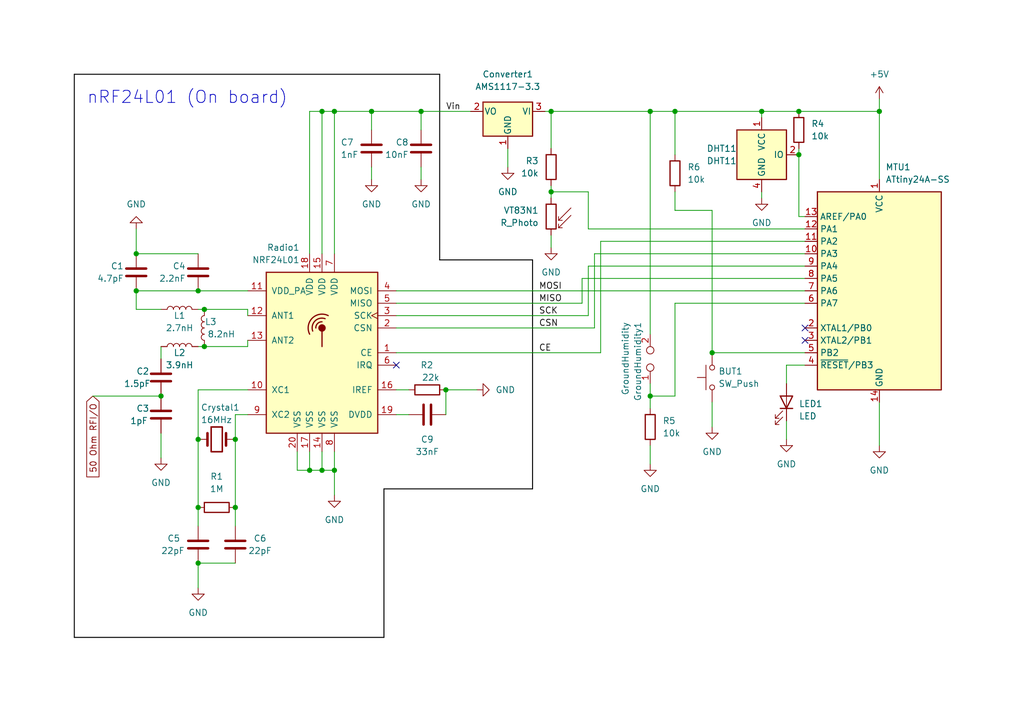
<source format=kicad_sch>
(kicad_sch (version 20211123) (generator eeschema)
  (paper "A5")
  (title_block (title "Monitor") (date "2023-02-01") (rev "1") (comment 2 "Karcev V. S."))
  (lib_symbols
    (symbol "Connector:TestPoint_2Pole" (pin_names (offset 0.762) hide)
      (property "Reference" "TP" (at 0 1.524 0))
      (property "Value" "TestPoint_2Pole" (at 0 -1.778 0))
      (symbol "TestPoint_2Pole_0_1"
        (circle (center -1.778 0) (radius 0.762))
        (circle (center 1.778 0) (radius 0.762))
        (pin passive line (at -5.08 0 0) (length 2.54) (name "1") (number "1"))
        (pin passive line (at 5.08 0 180) (length 2.54) (name "2") (number "2"))
      )
    )
    (symbol "Device:C" (pin_numbers hide) (pin_names (offset 0.254))
      (property "Reference" "C" (at 0.635 2.54 0))
      (property "Value" "C" (at 0.635 -2.54 0))
      (symbol "C_0_1"
        (polyline (pts (xy -2.032 -0.762) (xy 2.032 -0.762)) (stroke (width 0.508)))
        (polyline (pts (xy -2.032 0.762) (xy 2.032 0.762)) (stroke (width 0.508)))
      )
      (symbol "C_1_1"
        (pin passive line (at 0 3.81 270) (length 2.794) (name "~") (number "1"))
        (pin passive line (at 0 -3.81 90) (length 2.794) (name "~") (number "2"))
      )
    )
    (symbol "Device:Crystal" (pin_numbers hide) (pin_names (offset 1.016) hide)
      (property "Reference" "Y" (at 0 3.81 0))
      (property "Value" "Crystal" (at 0 -3.81 0))
      (symbol "Crystal_0_1"
        (rectangle (start -1.143 2.54) (end 1.143 -2.54) (stroke (width 0.3048)))
        (polyline (pts (xy -2.54 0) (xy -1.905 0)))
        (polyline (pts (xy -1.905 -1.27) (xy -1.905 1.27)) (stroke (width 0.508)))
        (polyline (pts (xy 1.905 -1.27) (xy 1.905 1.27)) (stroke (width 0.508)))
        (polyline (pts (xy 2.54 0) (xy 1.905 0)))
      )
      (symbol "Crystal_1_1"
        (pin passive line (at -3.81 0 0) (length 1.27) (name "1") (number "1"))
        (pin passive line (at 3.81 0 180) (length 1.27) (name "2") (number "2"))
      )
    )
    (symbol "Device:L" (pin_numbers hide) (pin_names (offset 1.016) hide)
      (property "Reference" "L" (at -1.27 0 90))
      (property "Value" "L" (at 1.905 0 90))
      (symbol "L_0_1"
        (arc (start 0 -2.54) (mid 0.635 -1.905) (end 0 -1.27))
        (arc (start 0 -1.27) (mid 0.635 -0.635) (end 0 0))
        (arc (start 0 0) (mid 0.635 0.635) (end 0 1.27))
        (arc (start 0 1.27) (mid 0.635 1.905) (end 0 2.54))
      )
      (symbol "L_1_1"
        (pin passive line (at 0 3.81 270) (length 1.27) (name "1") (number "1"))
        (pin passive line (at 0 -3.81 90) (length 1.27) (name "2") (number "2"))
      )
    )
    (symbol "Device:LED" (pin_numbers hide) (pin_names (offset 1.016) hide)
      (property "Reference" "D" (at 0 2.54 0))
      (property "Value" "LED" (at 0 -2.54 0))
      (symbol "LED_0_1"
        (polyline (pts (xy -1.27 -1.27) (xy -1.27 1.27)) (stroke (width 0.254)))
        (polyline (pts (xy -1.27 0) (xy 1.27 0)))
        (polyline (pts (xy 1.27 -1.27) (xy 1.27 1.27) (xy -1.27 0) (xy 1.27 -1.27)) (stroke (width 0.254)))
        (polyline (pts (xy -3.048 -0.762) (xy -4.572 -2.286) (xy -3.81 -2.286) (xy -4.572 -2.286) (xy -4.572 -1.524)))
        (polyline (pts (xy -1.778 -0.762) (xy -3.302 -2.286) (xy -2.54 -2.286) (xy -3.302 -2.286) (xy -3.302 -1.524)))
      )
      (symbol "LED_1_1"
        (pin passive line (at -3.81 0 0) (length 2.54) (name "K") (number "1"))
        (pin passive line (at 3.81 0 180) (length 2.54) (name "A") (number "2"))
      )
    )
    (symbol "Device:R" (pin_numbers hide) (pin_names (offset 0))
      (property "Reference" "R" (at 2.032 0 90))
      (property "Value" "R" (at 0 0 90))
      (symbol "R_0_1"
        (rectangle (start -1.016 -2.54) (end 1.016 2.54) (stroke (width 0.254)))
      )
      (symbol "R_1_1"
        (pin passive line (at 0 3.81 270) (length 1.27) (name "~") (number "1"))
        (pin passive line (at 0 -3.81 90) (length 1.27) (name "~") (number "2"))
      )
    )
    (symbol "Device:R_Photo" (pin_numbers hide) (pin_names (offset 0))
      (property "Reference" "R" (at 1.27 1.27 0))
      (property "Value" "R_Photo" (at 1.27 0 0))
      (symbol "R_Photo_0_1"
        (rectangle (start -1.016 2.54) (end 1.016 -2.54) (stroke (width 0.254)))
        (polyline (pts (xy -1.524 -2.286) (xy -4.064 0.254)))
        (polyline (pts (xy -1.524 -2.286) (xy -2.286 -2.286)))
        (polyline (pts (xy -1.524 -2.286) (xy -1.524 -1.524)))
        (polyline (pts (xy -1.524 -0.762) (xy -4.064 1.778)))
        (polyline (pts (xy -1.524 -0.762) (xy -2.286 -0.762)))
        (polyline (pts (xy -1.524 -0.762) (xy -1.524 0)))
      )
      (symbol "R_Photo_1_1"
        (pin passive line (at 0 3.81 270) (length 1.27) (name "~") (number "1"))
        (pin passive line (at 0 -3.81 90) (length 1.27) (name "~") (number "2"))
      )
    )
    (symbol "MCU_Microchip_ATtiny:ATtiny24A-SS"
      (property "Reference" "U" (at -12.7 21.59 0))
      (property "Value" "ATtiny24A-SS" (at 2.54 -21.59 0))
      (symbol "ATtiny24A-SS_0_1"
        (rectangle (start -12.7 -20.32) (end 12.7 20.32) (stroke (width 0.254)) (fill (type background)))
      )
      (symbol "ATtiny24A-SS_1_1"
        (pin power_in line (at 0 22.86 270) (length 2.54) (name "VCC") (number "1"))
        (pin bidirectional line (at 15.24 7.62 180) (length 2.54) (name "PA3") (number "10"))
        (pin bidirectional line (at 15.24 10.16 180) (length 2.54) (name "PA2") (number "11"))
        (pin bidirectional line (at 15.24 12.7 180) (length 2.54) (name "PA1") (number "12"))
        (pin bidirectional line (at 15.24 15.24 180) (length 2.54) (name "AREF/PA0") (number "13"))
        (pin power_in line (at 0 -22.86 90) (length 2.54) (name "GND") (number "14"))
        (pin bidirectional line (at 15.24 -7.62 180) (length 2.54) (name "XTAL1/PB0") (number "2"))
        (pin bidirectional line (at 15.24 -10.16 180) (length 2.54) (name "XTAL2/PB1") (number "3"))
        (pin bidirectional line (at 15.24 -15.24 180) (length 2.54) (name "~{RESET}/PB3") (number "4"))
        (pin bidirectional line (at 15.24 -12.7 180) (length 2.54) (name "PB2") (number "5"))
        (pin bidirectional line (at 15.24 -2.54 180) (length 2.54) (name "PA7") (number "6"))
        (pin bidirectional line (at 15.24 0 180) (length 2.54) (name "PA6") (number "7"))
        (pin bidirectional line (at 15.24 2.54 180) (length 2.54) (name "PA5") (number "8"))
        (pin bidirectional line (at 15.24 5.08 180) (length 2.54) (name "PA4") (number "9"))
      )
    )
    (symbol "RF:NRF24L01" (pin_names (offset 1.016))
      (property "Reference" "U" (at -11.43 17.78 0))
      (property "Value" "NRF24L01" (at 5.08 17.78 0))
      (symbol "NRF24L01_0_1"
        (rectangle (start -11.43 16.51) (end 11.43 -16.51) (stroke (width 0.254)) (fill (type background)))
        (polyline (pts (xy 0 4.445) (xy 0 1.27)) (stroke (width 0.254)))
        (circle (center 0 5.08) (radius 0.635) (stroke (width 0.254)) (fill (type outline)))
        (arc (start 1.27 5.08) (mid 0.9071 5.9946) (end 0 6.35) (stroke (width 0.254)))
        (arc (start 1.905 4.445) (mid 1.4313 6.5254) (end -0.635 6.985) (stroke (width 0.254)))
        (arc (start 2.54 3.81) (mid 2.008 7.088) (end -1.27 7.62) (stroke (width 0.254)))
        (rectangle (start 11.43 -13.97) (end 11.43 -13.97))
      )
      (symbol "NRF24L01_1_1"
        (pin input line (at -15.24 0 0) (length 3.81) (name "CE") (number "1"))
        (pin passive line (at 15.24 -7.62 180) (length 3.81) (name "XC1") (number "10"))
        (pin power_out line (at 15.24 12.7 180) (length 3.81) (name "VDD_PA") (number "11"))
        (pin passive line (at 15.24 7.62 180) (length 3.81) (name "ANT1") (number "12"))
        (pin passive line (at 15.24 2.54 180) (length 3.81) (name "ANT2") (number "13"))
        (pin power_in line (at 0 -20.32 90) (length 3.81) (name "VSS") (number "14"))
        (pin power_in line (at 0 20.32 270) (length 3.81) (name "VDD") (number "15"))
        (pin passive line (at -15.24 -7.62 0) (length 3.81) (name "IREF") (number "16"))
        (pin power_in line (at 2.54 -20.32 90) (length 3.81) (name "VSS") (number "17"))
        (pin power_in line (at 2.54 20.32 270) (length 3.81) (name "VDD") (number "18"))
        (pin power_out line (at -15.24 -12.7 0) (length 3.81) (name "DVDD") (number "19"))
        (pin input line (at -15.24 5.08 0) (length 3.81) (name "CSN") (number "2"))
        (pin power_in line (at 5.08 -20.32 90) (length 3.81) (name "VSS") (number "20"))
        (pin input clock (at -15.24 7.62 0) (length 3.81) (name "SCK") (number "3"))
        (pin input line (at -15.24 12.7 0) (length 3.81) (name "MOSI") (number "4"))
        (pin output line (at -15.24 10.16 0) (length 3.81) (name "MISO") (number "5"))
        (pin output line (at -15.24 -2.54 0) (length 3.81) (name "IRQ") (number "6"))
        (pin power_in line (at -2.54 20.32 270) (length 3.81) (name "VDD") (number "7"))
        (pin power_in line (at -2.54 -20.32 90) (length 3.81) (name "VSS") (number "8"))
        (pin passive line (at 15.24 -12.7 180) (length 3.81) (name "XC2") (number "9"))
      )
    )
    (symbol "Regulator_Linear:AMS1117-3.3" (pin_names (offset 0.254))
      (property "Reference" "U" (at -3.81 3.175 0))
      (property "Value" "AMS1117-3.3" (at 0 3.175 0))
      (symbol "AMS1117-3.3_0_1"
        (rectangle (start -5.08 -5.08) (end 5.08 1.905) (stroke (width 0.254)) (fill (type background)))
      )
      (symbol "AMS1117-3.3_1_1"
        (pin power_in line (at 0 -7.62 90) (length 2.54) (name "GND") (number "1"))
        (pin power_out line (at 7.62 0 180) (length 2.54) (name "VO") (number "2"))
        (pin power_in line (at -7.62 0 0) (length 2.54) (name "VI") (number "3"))
      )
    )
    (symbol "Sensor:DHT11"
      (property "Reference" "U" (at -3.81 6.35 0))
      (property "Value" "DHT11" (at 3.81 6.35 0))
      (symbol "DHT11_0_1"
        (rectangle (start -5.08 5.08) (end 5.08 -5.08) (stroke (width 0.254)) (fill (type background)))
      )
      (symbol "DHT11_1_1"
        (pin power_in line (at 0 7.62 270) (length 2.54) (name "VCC") (number "1"))
        (pin bidirectional line (at 7.62 0 180) (length 2.54) (name "IO") (number "2"))
        (pin no_connect line (at -5.08 0 0) (length 2.54) hide (name "NC") (number "3"))
        (pin power_in line (at 0 -7.62 90) (length 2.54) (name "GND") (number "4"))
      )
    )
    (symbol "Switch:SW_Push" (pin_numbers hide) (pin_names (offset 1.016) hide)
      (property "Reference" "SW" (at 1.27 2.54 0))
      (property "Value" "SW_Push" (at 0 -1.524 0))
      (symbol "SW_Push_0_1"
        (circle (center -2.032 0) (radius 0.508))
        (polyline (pts (xy 0 1.27) (xy 0 3.048)))
        (polyline (pts (xy 2.54 1.27) (xy -2.54 1.27)))
        (circle (center 2.032 0) (radius 0.508))
        (pin passive line (at -5.08 0 0) (length 2.54) (name "1") (number "1"))
        (pin passive line (at 5.08 0 180) (length 2.54) (name "2") (number "2"))
      )
    )
    (symbol "power:+5V" (power) (pin_names (offset 0))
      (property "Value" "+5V" (at 0 3.556 0))
      (symbol "+5V_0_1"
        (polyline (pts (xy -0.762 1.27) (xy 0 2.54)))
        (polyline (pts (xy 0 0) (xy 0 2.54)))
        (polyline (pts (xy 0 2.54) (xy 0.762 1.27)))
      )
      (symbol "+5V_1_1"
        (pin power_in line (at 0 0 90) (length 0) hide (name "+5V") (number "1"))
      )
    )
    (symbol "power:GND" (power) (pin_names (offset 0))
      (property "Value" "GND" (at 0 -3.81 0))
      (symbol "GND_0_1"
        (polyline (pts (xy 0 0) (xy 0 -1.27) (xy 1.27 -1.27) (xy 0 -2.54) (xy -1.27 -1.27) (xy 0 -1.27)))
      )
      (symbol "GND_1_1"
        (pin power_in line (at 0 0 270) (length 0) hide (name "GND") (number "1"))
      )
    )
  )
  (junction (at 86.36 22.86))
  (junction (at 33.02 81.28))
  (junction (at 163.83 22.86))
  (junction (at 41.91 63.5))
  (junction (at 68.58 22.86))
  (junction (at 40.64 115.57))
  (junction (at 163.83 31.75))
  (junction (at 180.34 22.86))
  (junction (at 27.94 52.07))
  (junction (at 48.26 90.17))
  (junction (at 68.58 96.52))
  (junction (at 27.94 59.69))
  (junction (at 48.26 104.14))
  (junction (at 113.03 22.86))
  (junction (at 66.04 96.52))
  (junction (at 133.35 81.28))
  (junction (at 40.64 59.69))
  (junction (at 63.5 96.52))
  (junction (at 40.64 104.14))
  (junction (at 66.04 22.86))
  (junction (at 91.44 80.01))
  (junction (at 76.2 22.86))
  (junction (at 138.43 22.86))
  (junction (at 40.64 90.17))
  (junction (at 133.35 22.86))
  (junction (at 41.91 71.12))
  (junction (at 113.03 39.37))
  (junction (at 156.21 22.86))
  (junction (at 146.05 72.39))
  (no_connect (at 165.1 67.31))
  (no_connect (at 165.1 69.85))
  (no_connect (at 81.28 74.93))
  (wire (pts (xy 41.91 63.5) (xy 50.8 63.5)))
  (wire (pts (xy 83.82 80.01) (xy 81.28 80.01)))
  (wire (pts (xy 121.92 52.07) (xy 121.92 67.31)))
  (wire (pts (xy 66.04 22.86) (xy 68.58 22.86)))
  (wire (pts (xy 146.05 72.39) (xy 165.1 72.39)))
  (wire (pts (xy 113.03 48.26) (xy 113.03 50.8)))
  (wire (pts (xy 113.03 22.86) (xy 113.03 30.48)))
  (wire (pts (xy 27.94 46.99) (xy 27.94 52.07)))
  (wire (pts (xy 48.26 104.14) (xy 48.26 107.95)))
  (wire (pts (xy 50.8 59.69) (xy 40.64 59.69)))
  (polyline (pts (xy 15.24 15.24) (xy 15.24 130.81)) (stroke (width 0.2) (type solid) (color 0 0 0 1)))
  (wire (pts (xy 161.29 74.93) (xy 161.29 78.74)))
  (wire (pts (xy 165.1 74.93) (xy 161.29 74.93)))
  (wire (pts (xy 63.5 96.52) (xy 60.96 96.52)))
  (wire (pts (xy 156.21 40.64) (xy 156.21 39.37)))
  (wire (pts (xy 86.36 22.86) (xy 76.2 22.86)))
  (wire (pts (xy 33.02 88.9) (xy 33.02 93.98)))
  (wire (pts (xy 104.14 30.48) (xy 104.14 34.29)))
  (wire (pts (xy 63.5 52.07) (xy 63.5 22.86)))
  (wire (pts (xy 86.36 22.86) (xy 86.36 26.67)))
  (wire (pts (xy 63.5 96.52) (xy 63.5 92.71)))
  (wire (pts (xy 133.35 95.25) (xy 133.35 91.44)))
  (wire (pts (xy 66.04 22.86) (xy 66.04 52.07)))
  (polyline (pts (xy 90.17 15.24) (xy 90.17 53.34)) (stroke (width 0.2) (type solid) (color 0 0 0 1)))
  (wire (pts (xy 68.58 22.86) (xy 68.58 52.07)))
  (wire (pts (xy 50.8 85.09) (xy 48.26 85.09)))
  (polyline (pts (xy 78.74 100.33) (xy 78.74 130.81)) (stroke (width 0.2) (type solid) (color 0 0 0 1)))
  (wire (pts (xy 120.65 64.77) (xy 81.28 64.77)))
  (polyline (pts (xy 78.74 130.81) (xy 15.24 130.81)) (stroke (width 0.2) (type solid) (color 0 0 0 1)))
  (wire (pts (xy 161.29 86.36) (xy 161.29 90.17)))
  (wire (pts (xy 48.26 85.09) (xy 48.26 90.17)))
  (wire (pts (xy 40.64 115.57) (xy 40.64 120.65)))
  (wire (pts (xy 180.34 20.32) (xy 180.34 22.86)))
  (polyline (pts (xy 109.22 100.33) (xy 78.74 100.33)) (stroke (width 0.2) (type solid) (color 0 0 0 1)))
  (wire (pts (xy 50.8 71.12) (xy 50.8 69.85)))
  (wire (pts (xy 163.83 22.86) (xy 156.21 22.86)))
  (wire (pts (xy 68.58 96.52) (xy 66.04 96.52)))
  (wire (pts (xy 138.43 22.86) (xy 138.43 31.75)))
  (wire (pts (xy 146.05 82.55) (xy 146.05 87.63)))
  (polyline (pts (xy 15.24 15.24) (xy 90.17 15.24)) (stroke (width 0.2) (type solid) (color 0 0 0 1)))
  (wire (pts (xy 120.65 39.37) (xy 113.03 39.37)))
  (wire (pts (xy 40.64 52.07) (xy 27.94 52.07)))
  (wire (pts (xy 40.64 59.69) (xy 27.94 59.69)))
  (wire (pts (xy 133.35 78.74) (xy 133.35 81.28)))
  (wire (pts (xy 138.43 22.86) (xy 133.35 22.86)))
  (wire (pts (xy 156.21 22.86) (xy 138.43 22.86)))
  (wire (pts (xy 40.64 104.14) (xy 40.64 107.95)))
  (wire (pts (xy 76.2 34.29) (xy 76.2 36.83)))
  (wire (pts (xy 163.83 31.75) (xy 163.83 44.45)))
  (wire (pts (xy 63.5 22.86) (xy 66.04 22.86)))
  (wire (pts (xy 165.1 49.53) (xy 123.19 49.53)))
  (wire (pts (xy 66.04 96.52) (xy 66.04 92.71)))
  (wire (pts (xy 123.19 49.53) (xy 123.19 72.39)))
  (wire (pts (xy 68.58 96.52) (xy 68.58 101.6)))
  (wire (pts (xy 86.36 22.86) (xy 96.52 22.86)))
  (wire (pts (xy 165.1 52.07) (xy 121.92 52.07)))
  (wire (pts (xy 180.34 22.86) (xy 163.83 22.86)))
  (wire (pts (xy 138.43 62.23) (xy 138.43 81.28)))
  (wire (pts (xy 165.1 57.15) (xy 119.38 57.15)))
  (polyline (pts (xy 109.22 53.34) (xy 109.22 100.33)) (stroke (width 0.2) (type solid) (color 0 0 0 1)))
  (wire (pts (xy 165.1 59.69) (xy 81.28 59.69)))
  (wire (pts (xy 165.1 46.99) (xy 120.65 46.99)))
  (wire (pts (xy 83.82 85.09) (xy 81.28 85.09)))
  (wire (pts (xy 113.03 22.86) (xy 111.76 22.86)))
  (wire (pts (xy 163.83 30.48) (xy 163.83 31.75)))
  (wire (pts (xy 76.2 22.86) (xy 76.2 26.67)))
  (wire (pts (xy 138.43 62.23) (xy 165.1 62.23)))
  (wire (pts (xy 113.03 38.1) (xy 113.03 39.37)))
  (wire (pts (xy 48.26 115.57) (xy 40.64 115.57)))
  (wire (pts (xy 68.58 22.86) (xy 76.2 22.86)))
  (wire (pts (xy 121.92 67.31) (xy 81.28 67.31)))
  (wire (pts (xy 146.05 43.18) (xy 146.05 72.39)))
  (wire (pts (xy 50.8 80.01) (xy 40.64 80.01)))
  (wire (pts (xy 133.35 22.86) (xy 133.35 68.58)))
  (wire (pts (xy 40.64 80.01) (xy 40.64 90.17)))
  (wire (pts (xy 138.43 81.28) (xy 133.35 81.28)))
  (wire (pts (xy 33.02 63.5) (xy 27.94 63.5)))
  (wire (pts (xy 133.35 81.28) (xy 133.35 83.82)))
  (wire (pts (xy 156.21 22.86) (xy 156.21 24.13)))
  (wire (pts (xy 27.94 59.69) (xy 27.94 63.5)))
  (wire (pts (xy 41.91 71.12) (xy 50.8 71.12)))
  (wire (pts (xy 165.1 44.45) (xy 163.83 44.45)))
  (wire (pts (xy 91.44 80.01) (xy 97.79 80.01)))
  (wire (pts (xy 120.65 46.99) (xy 120.65 39.37)))
  (wire (pts (xy 33.02 81.28) (xy 19.05 81.28)))
  (wire (pts (xy 138.43 43.18) (xy 146.05 43.18)))
  (wire (pts (xy 113.03 22.86) (xy 133.35 22.86)))
  (wire (pts (xy 180.34 82.55) (xy 180.34 91.44)))
  (wire (pts (xy 41.91 63.5) (xy 40.64 63.5)))
  (wire (pts (xy 113.03 39.37) (xy 113.03 40.64)))
  (wire (pts (xy 33.02 73.66) (xy 33.02 71.12)))
  (wire (pts (xy 180.34 22.86) (xy 180.34 36.83)))
  (wire (pts (xy 68.58 96.52) (xy 68.58 92.71)))
  (wire (pts (xy 40.64 90.17) (xy 40.64 104.14)))
  (wire (pts (xy 50.8 63.5) (xy 50.8 64.77)))
  (wire (pts (xy 119.38 57.15) (xy 119.38 62.23)))
  (wire (pts (xy 48.26 90.17) (xy 48.26 104.14)))
  (wire (pts (xy 60.96 96.52) (xy 60.96 92.71)))
  (wire (pts (xy 165.1 54.61) (xy 120.65 54.61)))
  (wire (pts (xy 138.43 43.18) (xy 138.43 39.37)))
  (wire (pts (xy 66.04 96.52) (xy 63.5 96.52)))
  (wire (pts (xy 120.65 54.61) (xy 120.65 64.77)))
  (wire (pts (xy 41.91 71.12) (xy 40.64 71.12)))
  (wire (pts (xy 123.19 72.39) (xy 81.28 72.39)))
  (wire (pts (xy 91.44 85.09) (xy 91.44 80.01)))
  (polyline (pts (xy 90.17 53.34) (xy 109.22 53.34)) (stroke (width 0.2) (type solid) (color 0 0 0 1)))
  (wire (pts (xy 86.36 34.29) (xy 86.36 36.83)))
  (wire (pts (xy 119.38 62.23) (xy 81.28 62.23)))
  (text "nRF24L01 (On board)" (at 17.78 21.59 0) (effects (font (size 2.5 2.5)) (justify left bottom)))
  (label "SCK" (at 110.49 64.77 0))
  (label "MOSI" (at 110.49 59.69 0))
  (label "CE" (at 110.49 72.39 0))
  (label "MISO" (at 110.49 62.23 0))
  (label "CSN" (at 110.49 67.31 0))
  (label "Vin" (at 91.44 22.86 0))
  (global_label "50 Ohm RFI{slash}O" (shape input) (at 19.05 81.28 270) (property "Intersheet References" "${INTERSHEET_REFS}" (effects hide)))
  (symbol (lib_id "power:GND") (at 76.2 36.83 0) (mirror y) (unit 1)
    (property "Reference" "#PWR07" (effects hide))
    (property "Value" "GND" (at 76.2 41.91 0))
  )
  (symbol (lib_id "power:GND") (at 180.34 91.44 0) (mirror y) (unit 1)
    (property "Reference" "#PWR0102" (effects hide))
    (property "Value" "GND" (at 180.34 96.52 0))
  )
  (symbol (lib_id "Device:C") (at 33.02 77.47 0) (mirror y) (unit 1)
    (property "Reference" "C2" (at 27.94 76.2 0) (effects (justify right)))
    (property "Value" "1.5pF" (at 25.4 78.74 0) (effects (justify right)))
    (property "Footprint" "Capacitor_SMD:C_0201_0603Metric" (effects hide))
  )
  (symbol (lib_id "power:GND") (at 146.05 87.63 0) (unit 1)
    (property "Reference" "#PWR012" (effects hide))
    (property "Value" "GND" (at 146.05 92.71 0))
  )
  (symbol (lib_id "Device:L") (at 36.83 63.5 270) (mirror x) (unit 1)
    (property "Reference" "L1" (at 36.83 64.77 90))
    (property "Value" "2.7nH" (at 36.83 67.31 90))
    (property "Footprint" "Inductor_SMD:L_0201_0603Metric" (effects hide))
  )
  (symbol (lib_id "power:GND") (at 156.21 40.64 0) (mirror y) (unit 1)
    (property "Reference" "#PWR02" (effects hide))
    (property "Value" "GND" (at 156.21 45.72 0))
  )
  (symbol (lib_id "Device:L") (at 41.91 67.31 0) (mirror y) (unit 1)
    (property "Reference" "L3" (at 44.45 66.04 0) (effects (justify left)))
    (property "Value" "8.2nH" (at 48.26 68.58 0) (effects (justify left)))
    (property "Footprint" "Inductor_SMD:L_0201_0603Metric" (effects hide))
  )
  (symbol (lib_id "RF:NRF24L01") (at 66.04 72.39 0) (mirror y) (unit 1)
    (property "Reference" "Radio1" (at 61.4806 50.8 0) (effects (justify left)))
    (property "Value" "NRF24L01" (at 61.4806 53.34 0) (effects (justify left)))
    (property "Footprint" "Package_DFN_QFN:QFN-20-1EP_4x4mm_P0.5mm_EP2.5x2.5mm" (effects hide))
    (property "Datasheet" "http://www.nordicsemi.com/eng/content/download/2730/34105/file/nRF24L01_Product_Specification_v2_0.pdf" (effects hide))
  )
  (symbol (lib_id "Device:C") (at 87.63 85.09 90) (mirror x) (unit 1)
    (property "Reference" "C9" (at 87.63 90.17 90))
    (property "Value" "33nF" (at 87.63 92.71 90))
    (property "Footprint" "Capacitor_SMD:C_0201_0603Metric" (effects hide))
  )
  (symbol (lib_id "Device:R") (at 138.43 35.56 0) (unit 1)
    (property "Reference" "R6" (at 140.97 34.2899 0) (effects (justify left)))
    (property "Value" "10k" (at 140.97 36.8299 0) (effects (justify left)))
    (property "Footprint" "Resistor_SMD:R_0201_0603Metric" (effects hide))
  )
  (symbol (lib_id "Connector:TestPoint_2Pole") (at 133.35 73.66 270) (mirror x) (unit 1)
    (property "Reference" "GroundHumidity1" (at 130.81 66.04 0) (effects (justify right)))
    (property "Value" "GroundHumidity" (at 128.27 66.04 0) (effects (justify right)))
    (property "Footprint" "TestPoint:TestPoint_2Pads_Pitch5.08mm_Drill1.3mm" (effects hide))
  )
  (symbol (lib_id "MCU_Microchip_ATtiny:ATtiny24A-SS") (at 180.34 59.69 0) (mirror y) (unit 1)
    (property "Reference" "MTU1" (at 181.61 34.29 0) (effects (justify right)))
    (property "Value" "ATtiny24A-SS" (at 181.61 36.83 0) (effects (justify right)))
    (property "Footprint" "Package_SO:SOIC-14_3.9x8.7mm_P1.27mm" (effects hide))
    (property "Datasheet" "http://ww1.microchip.com/downloads/en/DeviceDoc/doc8183.pdf" (effects hide))
  )
  (symbol (lib_id "Device:L") (at 36.83 71.12 270) (mirror x) (unit 1)
    (property "Reference" "L2" (at 36.83 72.39 90))
    (property "Value" "3.9nH" (at 36.83 74.93 90))
    (property "Footprint" "Inductor_SMD:L_0201_0603Metric" (effects hide))
  )
  (symbol (lib_id "power:GND") (at 40.64 120.65 0) (mirror y) (unit 1)
    (property "Reference" "#PWR09" (effects hide))
    (property "Value" "GND" (at 40.64 125.73 0))
  )
  (symbol (lib_id "power:GND") (at 68.58 101.6 0) (mirror y) (unit 1)
    (property "Reference" "#PWR08" (effects hide))
    (property "Value" "GND" (at 68.58 106.68 0))
  )
  (symbol (lib_id "Regulator_Linear:AMS1117-3.3") (at 104.14 22.86 0) (mirror y) (unit 1)
    (property "Reference" "Converter1" (at 104.14 15.24 0))
    (property "Value" "AMS1117-3.3" (at 104.14 17.78 0))
    (property "Footprint" "Package_TO_SOT_SMD:SOT-223-3_TabPin2" (effects hide))
    (property "Datasheet" "http://www.advanced-monolithic.com/pdf/ds1117.pdf" (effects hide))
  )
  (symbol (lib_id "Device:R") (at 163.83 26.67 0) (mirror y) (unit 1)
    (property "Reference" "R4" (at 166.37 25.3999 0) (effects (justify right)))
    (property "Value" "10k" (at 166.37 27.9399 0) (effects (justify right)))
    (property "Footprint" "Resistor_SMD:R_0201_0603Metric" (effects hide))
  )
  (symbol (lib_id "Device:R") (at 113.03 34.29 0) (mirror x) (unit 1)
    (property "Reference" "R3" (at 110.49 33.0199 0) (effects (justify right)))
    (property "Value" "10k" (at 110.49 35.5599 0) (effects (justify right)))
    (property "Footprint" "Resistor_SMD:R_0201_0603Metric" (effects hide))
  )
  (symbol (lib_id "power:GND") (at 27.94 46.99 180) (unit 1)
    (property "Reference" "#PWR011" (effects hide))
    (property "Value" "GND" (at 27.94 41.91 0))
  )
  (symbol (lib_id "power:GND") (at 161.29 90.17 0) (unit 1)
    (property "Reference" "#PWR013" (effects hide))
    (property "Value" "GND" (at 161.29 95.25 0))
  )
  (symbol (lib_id "Device:C") (at 40.64 111.76 0) (mirror y) (unit 1)
    (property "Reference" "C5" (at 34.29 110.49 0) (effects (justify right)))
    (property "Value" "22pF" (at 33.02 113.03 0) (effects (justify right)))
    (property "Footprint" "Capacitor_SMD:C_0201_0603Metric" (effects hide))
  )
  (symbol (lib_id "Device:C") (at 86.36 30.48 0) (mirror y) (unit 1)
    (property "Reference" "C8" (at 83.82 29.21 0) (effects (justify left)))
    (property "Value" "10nF" (at 83.82 31.75 0) (effects (justify left)))
    (property "Footprint" "Capacitor_SMD:C_0201_0603Metric" (effects hide))
  )
  (symbol (lib_id "power:GND") (at 86.36 36.83 0) (mirror y) (unit 1)
    (property "Reference" "#PWR06" (effects hide))
    (property "Value" "GND" (at 86.36 41.91 0))
  )
  (symbol (lib_id "Device:Crystal") (at 44.45 90.17 0) (mirror y) (unit 1)
    (property "Reference" "Crystal1" (at 41.1759 83.6168 0) (effects (justify right)))
    (property "Value" "16MHz" (at 41.1759 86.1568 0) (effects (justify right)))
    (property "Footprint" "Crystal:Crystal_AT310_D3.0mm_L10.0mm_Horizontal" (effects hide))
  )
  (symbol (lib_id "power:GND") (at 113.03 50.8 0) (mirror y) (unit 1)
    (property "Reference" "#PWR03" (effects hide))
    (property "Value" "GND" (at 113.03 55.88 0))
  )
  (symbol (lib_id "power:GND") (at 133.35 95.25 0) (mirror y) (unit 1)
    (property "Reference" "#PWR01" (effects hide))
    (property "Value" "GND" (at 133.35 100.33 0))
  )
  (symbol (lib_id "Device:R") (at 44.45 104.14 90) (mirror x) (unit 1)
    (property "Reference" "R1" (at 44.45 97.79 90))
    (property "Value" "1M" (at 44.45 100.33 90))
    (property "Footprint" "Resistor_SMD:R_0201_0603Metric" (effects hide))
  )
  (symbol (lib_id "Device:R_Photo") (at 113.03 44.45 0) (mirror y) (unit 1)
    (property "Reference" "VT83N1" (at 110.49 43.1799 0) (effects (justify left)))
    (property "Value" "R_Photo" (at 110.49 45.7199 0) (effects (justify left)))
    (property "Footprint" "Resistor_SMD:R_0201_0603Metric" (effects hide))
  )
  (symbol (lib_id "power:GND") (at 104.14 34.29 0) (mirror y) (unit 1)
    (property "Reference" "#PWR05" (effects hide))
    (property "Value" "GND" (at 104.14 39.37 0))
  )
  (symbol (lib_id "Device:C") (at 40.64 55.88 0) (mirror y) (unit 1)
    (property "Reference" "C4" (at 38.1 54.61 0) (effects (justify left)))
    (property "Value" "2.2nF" (at 38.1 57.15 0) (effects (justify left)))
    (property "Footprint" "Capacitor_SMD:C_0201_0603Metric" (effects hide))
  )
  (symbol (lib_id "power:+5V") (at 180.34 20.32 0) (mirror y) (unit 1)
    (property "Reference" "#PWR0101" (effects hide))
    (property "Value" "+5V" (at 180.34 15.24 0))
  )
  (symbol (lib_id "power:GND") (at 33.02 93.98 0) (mirror y) (unit 1)
    (property "Reference" "#PWR010" (effects hide))
    (property "Value" "GND" (at 33.02 99.06 0))
  )
  (symbol (lib_id "power:GND") (at 97.79 80.01 90) (mirror x) (unit 1)
    (property "Reference" "#PWR04" (effects hide))
    (property "Value" "GND" (at 101.6 80.0099 90) (effects (justify right)))
  )
  (symbol (lib_id "Device:C") (at 76.2 30.48 0) (mirror y) (unit 1)
    (property "Reference" "C7" (at 69.85 29.21 0) (effects (justify right)))
    (property "Value" "1nF" (at 69.85 31.75 0) (effects (justify right)))
    (property "Footprint" "Capacitor_SMD:C_0201_0603Metric" (effects hide))
  )
  (symbol (lib_id "Device:R") (at 133.35 87.63 0) (mirror y) (unit 1)
    (property "Reference" "R5" (at 135.89 86.3599 0) (effects (justify right)))
    (property "Value" "10k" (at 135.89 88.8999 0) (effects (justify right)))
    (property "Footprint" "Resistor_SMD:R_0201_0603Metric" (effects hide))
  )
  (symbol (lib_id "Sensor:DHT11") (at 156.21 31.75 0) (unit 1)
    (property "Reference" "DHT11" (at 151.13 30.48 0) (effects (justify right)))
    (property "Value" "DHT11" (at 151.13 33.02 0) (effects (justify right)))
    (property "Footprint" "Sensor:Aosong_DHT11_5.5x12.0_P2.54mm" (effects hide))
    (property "Datasheet" "http://akizukidenshi.com/download/ds/aosong/DHT11.pdf" (effects hide))
  )
  (symbol (lib_id "Device:C") (at 27.94 55.88 0) (mirror y) (unit 1)
    (property "Reference" "C1" (at 25.4 54.61 0) (effects (justify left)))
    (property "Value" "4.7pF" (at 25.4 57.15 0) (effects (justify left)))
    (property "Footprint" "Capacitor_SMD:C_0201_0603Metric" (effects hide))
  )
  (symbol (lib_id "Device:C") (at 33.02 85.09 0) (mirror y) (unit 1)
    (property "Reference" "C3" (at 27.94 83.82 0) (effects (justify right)))
    (property "Value" "1pF" (at 26.67 86.36 0) (effects (justify right)))
    (property "Footprint" "Capacitor_SMD:C_0201_0603Metric" (effects hide))
  )
  (symbol (lib_id "Switch:SW_Push") (at 146.05 77.47 90) (unit 1)
    (property "Reference" "BUT1" (at 147.32 76.1999 90) (effects (justify right)))
    (property "Value" "SW_Push" (at 147.32 78.7399 90) (effects (justify right)))
    (property "Footprint" "Button_Switch_SMD:SW_MEC_5GSH9" (effects hide))
  )
  (symbol (lib_id "Device:C") (at 48.26 111.76 0) (mirror y) (unit 1)
    (property "Reference" "C6" (at 53.34 110.49 0))
    (property "Value" "22pF" (at 53.34 113.03 0))
    (property "Footprint" "Capacitor_SMD:C_0201_0603Metric" (effects hide))
  )
  (symbol (lib_id "Device:LED") (at 161.29 82.55 270) (mirror x) (unit 1)
    (property "Reference" "LED1" (at 163.83 82.8674 90) (effects (justify left)))
    (property "Value" "LED" (at 163.83 85.4074 90) (effects (justify left)))
    (property "Footprint" "LED_SMD:LED_0201_0603Metric" (effects hide))
  )
  (symbol (lib_id "Device:R") (at 87.63 80.01 90) (mirror x) (unit 1)
    (property "Reference" "R2" (at 88.9 74.93 90) (effects (justify left)))
    (property "Value" "22k" (at 90.17 77.47 90) (effects (justify left)))
    (property "Footprint" "Resistor_SMD:R_0201_0603Metric" (effects hide))
  )
)
</source>
